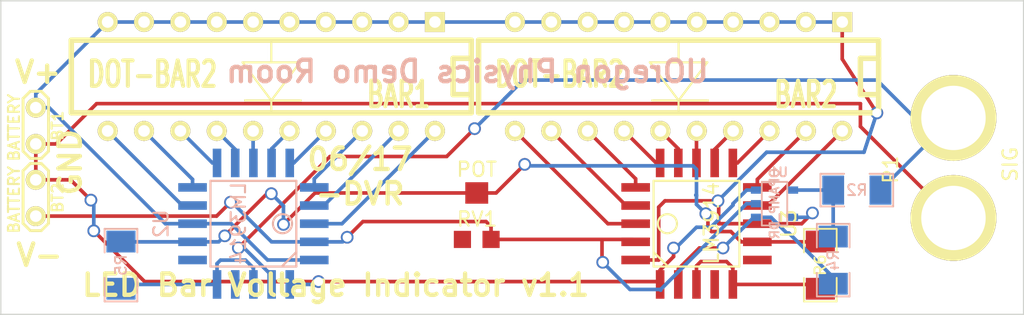
<source format=kicad_pcb>
(kicad_pcb (version 3) (host pcbnew "(2013-may-18)-stable")

  (general
    (links 68)
    (no_connects 0)
    (area 22.299999 12.699999 93.850001 34.750001)
    (thickness 1.6)
    (drawings 13)
    (tracks 222)
    (zones 0)
    (modules 13)
    (nets 30)
  )

  (page A3)
  (layers
    (15 F.Cu signal)
    (0 B.Cu signal)
    (16 B.Adhes user)
    (17 F.Adhes user)
    (18 B.Paste user)
    (19 F.Paste user)
    (20 B.SilkS user)
    (21 F.SilkS user)
    (22 B.Mask user)
    (23 F.Mask user)
    (24 Dwgs.User user)
    (25 Cmts.User user)
    (26 Eco1.User user)
    (27 Eco2.User user)
    (28 Edge.Cuts user)
  )

  (setup
    (last_trace_width 0.254)
    (trace_clearance 0.254)
    (zone_clearance 0.508)
    (zone_45_only no)
    (trace_min 0.254)
    (segment_width 0.2)
    (edge_width 0.1)
    (via_size 0.889)
    (via_drill 0.635)
    (via_min_size 0.889)
    (via_min_drill 0.508)
    (uvia_size 0.508)
    (uvia_drill 0.127)
    (uvias_allowed no)
    (uvia_min_size 0.508)
    (uvia_min_drill 0.127)
    (pcb_text_width 0.3)
    (pcb_text_size 1.5 1.5)
    (mod_edge_width 0.15)
    (mod_text_size 1 1)
    (mod_text_width 0.15)
    (pad_size 1.397 1.397)
    (pad_drill 0.8128)
    (pad_to_mask_clearance 0)
    (aux_axis_origin 0 0)
    (visible_elements 7FFFFFFF)
    (pcbplotparams
      (layerselection 285179905)
      (usegerberextensions true)
      (excludeedgelayer true)
      (linewidth 0.150000)
      (plotframeref false)
      (viasonmask false)
      (mode 1)
      (useauxorigin false)
      (hpglpennumber 1)
      (hpglpenspeed 20)
      (hpglpendiameter 15)
      (hpglpenoverlay 2)
      (psnegative false)
      (psa4output false)
      (plotreference true)
      (plotvalue true)
      (plotothertext true)
      (plotinvisibletext false)
      (padsonsilk false)
      (subtractmaskfromsilk false)
      (outputformat 1)
      (mirror false)
      (drillshape 0)
      (scaleselection 1)
      (outputdirectory gerber/))
  )

  (net 0 "")
  (net 1 /ADJ)
  (net 2 /GL1)
  (net 3 /GL10)
  (net 4 /GL2)
  (net 5 /GL3)
  (net 6 /GL4)
  (net 7 /GL5)
  (net 8 /GL6)
  (net 9 /GL7)
  (net 10 /GL8)
  (net 11 /GL9)
  (net 12 /GND)
  (net 13 /RL1)
  (net 14 /RL10)
  (net 15 /RL2)
  (net 16 /RL3)
  (net 17 /RL4)
  (net 18 /RL5)
  (net 19 /RL6)
  (net 20 /RL7)
  (net 21 /RL8)
  (net 22 /RL9)
  (net 23 /SIG+)
  (net 24 /SIG-)
  (net 25 /Vcc)
  (net 26 /Vmid)
  (net 27 N-0000019)
  (net 28 N-0000020)
  (net 29 N-0000027)

  (net_class Default "This is the default net class."
    (clearance 0.254)
    (trace_width 0.254)
    (via_dia 0.889)
    (via_drill 0.635)
    (uvia_dia 0.508)
    (uvia_drill 0.127)
    (add_net "")
    (add_net /ADJ)
    (add_net /GL1)
    (add_net /GL10)
    (add_net /GL2)
    (add_net /GL3)
    (add_net /GL4)
    (add_net /GL5)
    (add_net /GL6)
    (add_net /GL7)
    (add_net /GL8)
    (add_net /GL9)
    (add_net /GND)
    (add_net /RL1)
    (add_net /RL10)
    (add_net /RL2)
    (add_net /RL3)
    (add_net /RL4)
    (add_net /RL5)
    (add_net /RL6)
    (add_net /RL7)
    (add_net /RL8)
    (add_net /RL9)
    (add_net /SIG+)
    (add_net /SIG-)
    (add_net /Vcc)
    (add_net /Vmid)
    (add_net N-0000019)
    (add_net N-0000020)
    (add_net N-0000027)
  )

  (module SOT23-5 (layer B.Cu) (tedit 4ECF78EF) (tstamp 5774395F)
    (at 76.4 26.95 90)
    (path /57740F65)
    (attr smd)
    (fp_text reference U1 (at 2.19964 0.29972 360) (layer B.SilkS)
      (effects (font (size 0.635 0.635) (thickness 0.127)) (justify mirror))
    )
    (fp_text value OPAMP_DR (at 0 0 90) (layer B.SilkS)
      (effects (font (size 0.635 0.635) (thickness 0.127)) (justify mirror))
    )
    (fp_line (start 1.524 0.889) (end 1.524 -0.889) (layer B.SilkS) (width 0.127))
    (fp_line (start 1.524 -0.889) (end -1.524 -0.889) (layer B.SilkS) (width 0.127))
    (fp_line (start -1.524 -0.889) (end -1.524 0.889) (layer B.SilkS) (width 0.127))
    (fp_line (start -1.524 0.889) (end 1.524 0.889) (layer B.SilkS) (width 0.127))
    (pad 1 smd rect (at -0.9525 -1.27 90) (size 0.508 0.762)
      (layers B.Cu B.Paste B.Mask)
      (net 24 /SIG-)
    )
    (pad 3 smd rect (at 0.9525 -1.27 90) (size 0.508 0.762)
      (layers B.Cu B.Paste B.Mask)
      (net 26 /Vmid)
    )
    (pad 5 smd rect (at -0.9525 1.27 90) (size 0.508 0.762)
      (layers B.Cu B.Paste B.Mask)
      (net 25 /Vcc)
    )
    (pad 2 smd rect (at 0 -1.27 90) (size 0.508 0.762)
      (layers B.Cu B.Paste B.Mask)
      (net 12 /GND)
    )
    (pad 4 smd rect (at 0.9525 1.27 90) (size 0.508 0.762)
      (layers B.Cu B.Paste B.Mask)
      (net 28 N-0000020)
    )
    (model smd/SOT23_5.wrl
      (at (xyz 0 0 0))
      (scale (xyz 0.1 0.1 0.1))
      (rotate (xyz 0 0 0))
    )
  )

  (module SM1206 (layer B.Cu) (tedit 42806E24) (tstamp 5774396B)
    (at 80.5 30.9 90)
    (path /57741A5F)
    (attr smd)
    (fp_text reference R4 (at 0 0 90) (layer B.SilkS)
      (effects (font (size 0.762 0.762) (thickness 0.127)) (justify mirror))
    )
    (fp_text value 1K (at 0 0 90) (layer B.SilkS) hide
      (effects (font (size 0.762 0.762) (thickness 0.127)) (justify mirror))
    )
    (fp_line (start -2.54 1.143) (end -2.54 -1.143) (layer B.SilkS) (width 0.127))
    (fp_line (start -2.54 -1.143) (end -0.889 -1.143) (layer B.SilkS) (width 0.127))
    (fp_line (start 0.889 1.143) (end 2.54 1.143) (layer B.SilkS) (width 0.127))
    (fp_line (start 2.54 1.143) (end 2.54 -1.143) (layer B.SilkS) (width 0.127))
    (fp_line (start 2.54 -1.143) (end 0.889 -1.143) (layer B.SilkS) (width 0.127))
    (fp_line (start -0.889 1.143) (end -2.54 1.143) (layer B.SilkS) (width 0.127))
    (pad 1 smd rect (at -1.651 0 90) (size 1.524 2.032)
      (layers B.Cu B.Paste B.Mask)
      (net 24 /SIG-)
    )
    (pad 2 smd rect (at 1.651 0 90) (size 1.524 2.032)
      (layers B.Cu B.Paste B.Mask)
      (net 28 N-0000020)
    )
    (model smd/chip_cms.wrl
      (at (xyz 0 0 0))
      (scale (xyz 0.17 0.16 0.16))
      (rotate (xyz 0 0 0))
    )
  )

  (module SM1206 (layer B.Cu) (tedit 42806E24) (tstamp 57743977)
    (at 82.15 26)
    (path /57741A65)
    (attr smd)
    (fp_text reference R2 (at 0 0) (layer B.SilkS)
      (effects (font (size 0.762 0.762) (thickness 0.127)) (justify mirror))
    )
    (fp_text value 1K (at 0 0) (layer B.SilkS) hide
      (effects (font (size 0.762 0.762) (thickness 0.127)) (justify mirror))
    )
    (fp_line (start -2.54 1.143) (end -2.54 -1.143) (layer B.SilkS) (width 0.127))
    (fp_line (start -2.54 -1.143) (end -0.889 -1.143) (layer B.SilkS) (width 0.127))
    (fp_line (start 0.889 1.143) (end 2.54 1.143) (layer B.SilkS) (width 0.127))
    (fp_line (start 2.54 1.143) (end 2.54 -1.143) (layer B.SilkS) (width 0.127))
    (fp_line (start 2.54 -1.143) (end 0.889 -1.143) (layer B.SilkS) (width 0.127))
    (fp_line (start -0.889 1.143) (end -2.54 1.143) (layer B.SilkS) (width 0.127))
    (pad 1 smd rect (at -1.651 0) (size 1.524 2.032)
      (layers B.Cu B.Paste B.Mask)
      (net 28 N-0000020)
    )
    (pad 2 smd rect (at 1.651 0) (size 1.524 2.032)
      (layers B.Cu B.Paste B.Mask)
      (net 23 /SIG+)
    )
    (model smd/chip_cms.wrl
      (at (xyz 0 0 0))
      (scale (xyz 0.17 0.16 0.16))
      (rotate (xyz 0 0 0))
    )
  )

  (module SM1206 (layer B.Cu) (tedit 42806E24) (tstamp 57743983)
    (at 30.75 31.25 90)
    (path /57741D33)
    (attr smd)
    (fp_text reference R5 (at 0 0 90) (layer B.SilkS)
      (effects (font (size 0.762 0.762) (thickness 0.127)) (justify mirror))
    )
    (fp_text value 1.2K (at 0 0 90) (layer B.SilkS) hide
      (effects (font (size 0.762 0.762) (thickness 0.127)) (justify mirror))
    )
    (fp_line (start -2.54 1.143) (end -2.54 -1.143) (layer B.SilkS) (width 0.127))
    (fp_line (start -2.54 -1.143) (end -0.889 -1.143) (layer B.SilkS) (width 0.127))
    (fp_line (start 0.889 1.143) (end 2.54 1.143) (layer B.SilkS) (width 0.127))
    (fp_line (start 2.54 1.143) (end 2.54 -1.143) (layer B.SilkS) (width 0.127))
    (fp_line (start 2.54 -1.143) (end 0.889 -1.143) (layer B.SilkS) (width 0.127))
    (fp_line (start -0.889 1.143) (end -2.54 1.143) (layer B.SilkS) (width 0.127))
    (pad 1 smd rect (at -1.651 0 90) (size 1.524 2.032)
      (layers B.Cu B.Paste B.Mask)
      (net 27 N-0000019)
    )
    (pad 2 smd rect (at 1.651 0 90) (size 1.524 2.032)
      (layers B.Cu B.Paste B.Mask)
      (net 1 /ADJ)
    )
    (model smd/chip_cms.wrl
      (at (xyz 0 0 0))
      (scale (xyz 0.17 0.16 0.16))
      (rotate (xyz 0 0 0))
    )
  )

  (module SM1206 (layer F.Cu) (tedit 42806E24) (tstamp 5774398F)
    (at 79.6 31.25 90)
    (path /57741602)
    (attr smd)
    (fp_text reference R6 (at 0 0 90) (layer F.SilkS)
      (effects (font (size 0.762 0.762) (thickness 0.127)))
    )
    (fp_text value 1.2K (at 0 0 90) (layer F.SilkS) hide
      (effects (font (size 0.762 0.762) (thickness 0.127)))
    )
    (fp_line (start -2.54 -1.143) (end -2.54 1.143) (layer F.SilkS) (width 0.127))
    (fp_line (start -2.54 1.143) (end -0.889 1.143) (layer F.SilkS) (width 0.127))
    (fp_line (start 0.889 -1.143) (end 2.54 -1.143) (layer F.SilkS) (width 0.127))
    (fp_line (start 2.54 -1.143) (end 2.54 1.143) (layer F.SilkS) (width 0.127))
    (fp_line (start 2.54 1.143) (end 0.889 1.143) (layer F.SilkS) (width 0.127))
    (fp_line (start -0.889 -1.143) (end -2.54 -1.143) (layer F.SilkS) (width 0.127))
    (pad 1 smd rect (at -1.651 0 90) (size 1.524 2.032)
      (layers F.Cu F.Paste F.Mask)
      (net 29 N-0000027)
    )
    (pad 2 smd rect (at 1.651 0 90) (size 1.524 2.032)
      (layers F.Cu F.Paste F.Mask)
      (net 1 /ADJ)
    )
    (model smd/chip_cms.wrl
      (at (xyz 0 0 0))
      (scale (xyz 0.17 0.16 0.16))
      (rotate (xyz 0 0 0))
    )
  )

  (module TEST_PLUGS (layer F.Cu) (tedit 57743C55) (tstamp 57745B97)
    (at 88.9 27.95 90)
    (path /57740F74)
    (fp_text reference P1 (at 3.3782 -4.3942 90) (layer F.SilkS)
      (effects (font (size 1 1) (thickness 0.15)))
    )
    (fp_text value SIG (at 3.7592 3.9624 90) (layer F.SilkS)
      (effects (font (size 1 1) (thickness 0.15)))
    )
    (pad 1 thru_hole circle (at 0 0 90) (size 6 6) (drill 4.5)
      (layers *.Cu *.Mask F.SilkS)
      (net 26 /Vmid)
    )
    (pad 2 thru_hole circle (at 7 0 90) (size 6 6) (drill 4.5)
      (layers *.Cu *.Mask F.SilkS)
      (net 23 /SIG+)
    )
  )

  (module TC33X-2 (layer F.Cu) (tedit 57743D9B) (tstamp 57745B9E)
    (at 55.6 27.65)
    (path /57742809)
    (fp_text reference RV1 (at 0.0254 0.381) (layer F.SilkS)
      (effects (font (size 1 1) (thickness 0.15)))
    )
    (fp_text value POT (at 0 -3.0988) (layer F.SilkS)
      (effects (font (size 1 1) (thickness 0.15)))
    )
    (pad 1 smd rect (at -1 1.8) (size 1.2 1.2)
      (layers F.Cu F.Paste F.Mask)
    )
    (pad 3 smd rect (at 1 1.8) (size 1.2 1.2)
      (layers F.Cu F.Paste F.Mask)
      (net 12 /GND)
    )
    (pad 2 smd rect (at 0 -1.45) (size 1.6 1.5)
      (layers F.Cu F.Paste F.Mask)
      (net 1 /ADJ)
    )
  )

  (module S-PQCC-J20 (layer B.Cu) (tedit 57744297) (tstamp 57745BBC)
    (at 40 28.35 90)
    (path /57740ED4)
    (fp_text reference U2 (at 0 -6.4516 90) (layer B.SilkS)
      (effects (font (size 1 1) (thickness 0.15)) (justify mirror))
    )
    (fp_text value LM3914 (at 0.0254 -1.0414 90) (layer B.SilkS)
      (effects (font (size 1 1) (thickness 0.15)) (justify mirror))
    )
    (fp_circle (center 0 2.032) (end 0.1016 2.6924) (layer B.SilkS) (width 0.15))
    (fp_line (start -2.9972 1.9812) (end -1.9812 2.9972) (layer B.SilkS) (width 0.15))
    (fp_line (start -2.9972 -2.9972) (end 2.9972 -2.9972) (layer B.SilkS) (width 0.15))
    (fp_line (start 2.9972 -2.9972) (end 2.9972 2.9972) (layer B.SilkS) (width 0.15))
    (fp_line (start 2.9972 2.9972) (end -2.9972 2.9972) (layer B.SilkS) (width 0.15))
    (fp_line (start -2.9972 2.9972) (end -2.9972 -2.9972) (layer B.SilkS) (width 0.15))
    (pad 1 smd rect (at 0 4.25 90) (size 0.6 2)
      (layers B.Cu B.Paste B.Mask)
      (net 13 /RL1)
    )
    (pad 2 smd rect (at -1.27 4.25 90) (size 0.6 2)
      (layers B.Cu B.Paste B.Mask)
      (net 12 /GND)
    )
    (pad 3 smd rect (at -2.54 4.25 90) (size 0.6 2)
      (layers B.Cu B.Paste B.Mask)
      (net 25 /Vcc)
    )
    (pad 20 smd rect (at 1.27 4.25 90) (size 0.6 2)
      (layers B.Cu B.Paste B.Mask)
      (net 15 /RL2)
    )
    (pad 19 smd rect (at 2.54 4.25 90) (size 0.6 2)
      (layers B.Cu B.Paste B.Mask)
      (net 16 /RL3)
    )
    (pad 9 smd rect (at -2.54 -4.25 90) (size 0.6 2)
      (layers B.Cu B.Paste B.Mask)
    )
    (pad 10 smd rect (at -1.27 -4.25 90) (size 0.6 2)
      (layers B.Cu B.Paste B.Mask)
      (net 1 /ADJ)
    )
    (pad 11 smd rect (at 0 -4.25 90) (size 0.6 2)
      (layers B.Cu B.Paste B.Mask)
      (net 25 /Vcc)
    )
    (pad 12 smd rect (at 1.27 -4.25 90) (size 0.6 2)
      (layers B.Cu B.Paste B.Mask)
      (net 14 /RL10)
    )
    (pad 13 smd rect (at 2.54 -4.25 90) (size 0.6 2)
      (layers B.Cu B.Paste B.Mask)
      (net 22 /RL9)
    )
    (pad 4 smd rect (at -4.25 2.54 90) (size 2 0.6)
      (layers B.Cu B.Paste B.Mask)
      (net 26 /Vmid)
    )
    (pad 5 smd rect (at -4.25 1.27 90) (size 2 0.6)
      (layers B.Cu B.Paste B.Mask)
      (net 23 /SIG+)
    )
    (pad 6 smd rect (at -4.25 0 90) (size 2 0.6)
      (layers B.Cu B.Paste B.Mask)
      (net 27 N-0000019)
    )
    (pad 7 smd rect (at -4.25 -1.27 90) (size 2 0.6)
      (layers B.Cu B.Paste B.Mask)
    )
    (pad 8 smd rect (at -4.25 -2.54 90) (size 2 0.6)
      (layers B.Cu B.Paste B.Mask)
      (net 27 N-0000019)
    )
    (pad 14 smd rect (at 4.25 -2.54 90) (size 2 0.6)
      (layers B.Cu B.Paste B.Mask)
      (net 21 /RL8)
    )
    (pad 15 smd rect (at 4.25 -1.27 90) (size 2 0.6)
      (layers B.Cu B.Paste B.Mask)
      (net 20 /RL7)
    )
    (pad 16 smd rect (at 4.25 0 90) (size 2 0.6)
      (layers B.Cu B.Paste B.Mask)
      (net 19 /RL6)
    )
    (pad 17 smd rect (at 4.25 1.27 90) (size 2 0.6)
      (layers B.Cu B.Paste B.Mask)
      (net 18 /RL5)
    )
    (pad 18 smd rect (at 4.25 2.54 90) (size 2 0.6)
      (layers B.Cu B.Paste B.Mask)
      (net 17 /RL4)
    )
  )

  (module S-PQCC-J20 (layer F.Cu) (tedit 57744297) (tstamp 57745BDA)
    (at 70.95 28.35 90)
    (path /577415FC)
    (fp_text reference U3 (at 0 6.4516 90) (layer F.SilkS)
      (effects (font (size 1 1) (thickness 0.15)))
    )
    (fp_text value LM3914 (at 0.0254 1.0414 90) (layer F.SilkS)
      (effects (font (size 1 1) (thickness 0.15)))
    )
    (fp_circle (center 0 -2.032) (end 0.1016 -2.6924) (layer F.SilkS) (width 0.15))
    (fp_line (start -2.9972 -1.9812) (end -1.9812 -2.9972) (layer F.SilkS) (width 0.15))
    (fp_line (start -2.9972 2.9972) (end 2.9972 2.9972) (layer F.SilkS) (width 0.15))
    (fp_line (start 2.9972 2.9972) (end 2.9972 -2.9972) (layer F.SilkS) (width 0.15))
    (fp_line (start 2.9972 -2.9972) (end -2.9972 -2.9972) (layer F.SilkS) (width 0.15))
    (fp_line (start -2.9972 -2.9972) (end -2.9972 2.9972) (layer F.SilkS) (width 0.15))
    (pad 1 smd rect (at 0 -4.25 90) (size 0.6 2)
      (layers F.Cu F.Paste F.Mask)
      (net 2 /GL1)
    )
    (pad 2 smd rect (at -1.27 -4.25 90) (size 0.6 2)
      (layers F.Cu F.Paste F.Mask)
      (net 12 /GND)
    )
    (pad 3 smd rect (at -2.54 -4.25 90) (size 0.6 2)
      (layers F.Cu F.Paste F.Mask)
      (net 25 /Vcc)
    )
    (pad 20 smd rect (at 1.27 -4.25 90) (size 0.6 2)
      (layers F.Cu F.Paste F.Mask)
      (net 4 /GL2)
    )
    (pad 19 smd rect (at 2.54 -4.25 90) (size 0.6 2)
      (layers F.Cu F.Paste F.Mask)
      (net 5 /GL3)
    )
    (pad 9 smd rect (at -2.54 4.25 90) (size 0.6 2)
      (layers F.Cu F.Paste F.Mask)
    )
    (pad 10 smd rect (at -1.27 4.25 90) (size 0.6 2)
      (layers F.Cu F.Paste F.Mask)
      (net 1 /ADJ)
    )
    (pad 11 smd rect (at 0 4.25 90) (size 0.6 2)
      (layers F.Cu F.Paste F.Mask)
      (net 25 /Vcc)
    )
    (pad 12 smd rect (at 1.27 4.25 90) (size 0.6 2)
      (layers F.Cu F.Paste F.Mask)
      (net 3 /GL10)
    )
    (pad 13 smd rect (at 2.54 4.25 90) (size 0.6 2)
      (layers F.Cu F.Paste F.Mask)
      (net 11 /GL9)
    )
    (pad 4 smd rect (at -4.25 -2.54 90) (size 2 0.6)
      (layers F.Cu F.Paste F.Mask)
      (net 26 /Vmid)
    )
    (pad 5 smd rect (at -4.25 -1.27 90) (size 2 0.6)
      (layers F.Cu F.Paste F.Mask)
      (net 24 /SIG-)
    )
    (pad 6 smd rect (at -4.25 0 90) (size 2 0.6)
      (layers F.Cu F.Paste F.Mask)
      (net 29 N-0000027)
    )
    (pad 7 smd rect (at -4.25 1.27 90) (size 2 0.6)
      (layers F.Cu F.Paste F.Mask)
    )
    (pad 8 smd rect (at -4.25 2.54 90) (size 2 0.6)
      (layers F.Cu F.Paste F.Mask)
      (net 29 N-0000027)
    )
    (pad 14 smd rect (at 4.25 2.54 90) (size 2 0.6)
      (layers F.Cu F.Paste F.Mask)
      (net 10 /GL8)
    )
    (pad 15 smd rect (at 4.25 1.27 90) (size 2 0.6)
      (layers F.Cu F.Paste F.Mask)
      (net 9 /GL7)
    )
    (pad 16 smd rect (at 4.25 0 90) (size 2 0.6)
      (layers F.Cu F.Paste F.Mask)
      (net 8 /GL6)
    )
    (pad 17 smd rect (at 4.25 -1.27 90) (size 2 0.6)
      (layers F.Cu F.Paste F.Mask)
      (net 7 /GL5)
    )
    (pad 18 smd rect (at 4.25 -2.54 90) (size 2 0.6)
      (layers F.Cu F.Paste F.Mask)
      (net 6 /GL4)
    )
  )

  (module 10_LED_BAR (layer F.Cu) (tedit 57743A15) (tstamp 57745D71)
    (at 41.25 18.05 180)
    (descr "20 pins DIL package, round pads")
    (tags DIL)
    (path /57740EE9)
    (fp_text reference BAR1 (at -8.89 -1.27 180) (layer F.SilkS)
      (effects (font (size 1.778 1.143) (thickness 0.3048)))
    )
    (fp_text value DOT-BAR2 (at 8.3058 0.1524 180) (layer F.SilkS)
      (effects (font (size 1.778 1.143) (thickness 0.28575)))
    )
    (fp_line (start 0 1.016) (end 0 2.54) (layer F.SilkS) (width 0.15))
    (fp_line (start 0 -1.7018) (end 0 -2.3622) (layer F.SilkS) (width 0.15))
    (fp_line (start 0 -1.6764) (end -2.0066 0.9906) (layer F.SilkS) (width 0.15))
    (fp_line (start -2.0066 0.9906) (end 2.0066 0.9906) (layer F.SilkS) (width 0.15))
    (fp_line (start 2.0066 0.9906) (end 0 -1.6764) (layer F.SilkS) (width 0.15))
    (fp_line (start 0 -1.6764) (end -2.05613 -1.6764) (layer F.SilkS) (width 0.15))
    (fp_line (start -2.05613 -1.6764) (end 1.83388 -1.67259) (layer F.SilkS) (width 0.15))
    (fp_line (start 1.83388 -1.67259) (end 1.8288 -1.6764) (layer F.SilkS) (width 0.15))
    (fp_line (start -13.97 -1.27) (end -12.7 -1.27) (layer F.SilkS) (width 0.381))
    (fp_line (start -12.7 -1.27) (end -12.7 1.27) (layer F.SilkS) (width 0.381))
    (fp_line (start -12.7 1.27) (end -13.97 1.27) (layer F.SilkS) (width 0.381))
    (fp_line (start -13.97 -2.54) (end 13.97 -2.54) (layer F.SilkS) (width 0.381))
    (fp_line (start 13.97 -2.54) (end 13.97 2.54) (layer F.SilkS) (width 0.381))
    (fp_line (start 13.97 2.54) (end -13.97 2.54) (layer F.SilkS) (width 0.381))
    (fp_line (start -13.97 2.54) (end -13.97 -2.54) (layer F.SilkS) (width 0.381))
    (pad 1 thru_hole rect (at -11.43 3.81 180) (size 1.397 1.397) (drill 0.8128)
      (layers *.Cu *.Mask F.SilkS)
      (net 25 /Vcc)
    )
    (pad 2 thru_hole circle (at -8.89 3.81 180) (size 1.397 1.397) (drill 0.8128)
      (layers *.Cu *.Mask F.SilkS)
      (net 25 /Vcc)
    )
    (pad 3 thru_hole circle (at -6.35 3.81 180) (size 1.397 1.397) (drill 0.8128)
      (layers *.Cu *.Mask F.SilkS)
      (net 25 /Vcc)
    )
    (pad 4 thru_hole circle (at -3.81 3.81 180) (size 1.397 1.397) (drill 0.8128)
      (layers *.Cu *.Mask F.SilkS)
      (net 25 /Vcc)
    )
    (pad 5 thru_hole circle (at -1.27 3.81 180) (size 1.397 1.397) (drill 0.8128)
      (layers *.Cu *.Mask F.SilkS)
      (net 25 /Vcc)
    )
    (pad 6 thru_hole circle (at 1.27 3.81 180) (size 1.397 1.397) (drill 0.8128)
      (layers *.Cu *.Mask F.SilkS)
      (net 25 /Vcc)
    )
    (pad 7 thru_hole circle (at 3.81 3.81 180) (size 1.397 1.397) (drill 0.8128)
      (layers *.Cu *.Mask F.SilkS)
      (net 25 /Vcc)
    )
    (pad 8 thru_hole circle (at 6.35 3.81 180) (size 1.397 1.397) (drill 0.8128)
      (layers *.Cu *.Mask F.SilkS)
      (net 25 /Vcc)
    )
    (pad 9 thru_hole circle (at 8.89 3.81 180) (size 1.397 1.397) (drill 0.8128)
      (layers *.Cu *.Mask F.SilkS)
      (net 25 /Vcc)
    )
    (pad 10 thru_hole circle (at 11.43 3.81 180) (size 1.397 1.397) (drill 0.8128)
      (layers *.Cu *.Mask F.SilkS)
      (net 25 /Vcc)
    )
    (pad 11 thru_hole circle (at 11.43 -3.81 180) (size 1.397 1.397) (drill 0.8128)
      (layers *.Cu *.Mask F.SilkS)
      (net 14 /RL10)
    )
    (pad 12 thru_hole circle (at 8.89 -3.81 180) (size 1.397 1.397) (drill 0.8128)
      (layers *.Cu *.Mask F.SilkS)
      (net 22 /RL9)
    )
    (pad 13 thru_hole circle (at 6.35 -3.81 180) (size 1.397 1.397) (drill 0.8128)
      (layers *.Cu *.Mask F.SilkS)
      (net 21 /RL8)
    )
    (pad 14 thru_hole circle (at 3.81 -3.81 180) (size 1.397 1.397) (drill 0.8128)
      (layers *.Cu *.Mask F.SilkS)
      (net 20 /RL7)
    )
    (pad 15 thru_hole circle (at 1.27 -3.81 180) (size 1.397 1.397) (drill 0.8128)
      (layers *.Cu *.Mask F.SilkS)
      (net 19 /RL6)
    )
    (pad 16 thru_hole circle (at -1.27 -3.81 180) (size 1.397 1.397) (drill 0.8128)
      (layers *.Cu *.Mask F.SilkS)
      (net 18 /RL5)
    )
    (pad 17 thru_hole circle (at -3.81 -3.81 180) (size 1.397 1.397) (drill 0.8128)
      (layers *.Cu *.Mask F.SilkS)
      (net 17 /RL4)
    )
    (pad 18 thru_hole circle (at -6.35 -3.81 180) (size 1.397 1.397) (drill 0.8128)
      (layers *.Cu *.Mask F.SilkS)
      (net 16 /RL3)
    )
    (pad 19 thru_hole circle (at -8.89 -3.81 180) (size 1.397 1.397) (drill 0.8128)
      (layers *.Cu *.Mask F.SilkS)
      (net 15 /RL2)
    )
    (pad 20 thru_hole circle (at -11.43 -3.81 180) (size 1.397 1.397) (drill 0.8128)
      (layers *.Cu *.Mask F.SilkS)
      (net 13 /RL1)
    )
    (model dil/dil_20.wrl
      (at (xyz 0 0 0))
      (scale (xyz 1 1 1))
      (rotate (xyz 0 0 0))
    )
  )

  (module 10_LED_BAR (layer F.Cu) (tedit 57743A15) (tstamp 57745C28)
    (at 69.7 18.05 180)
    (descr "20 pins DIL package, round pads")
    (tags DIL)
    (path /57740EF6)
    (fp_text reference BAR2 (at -8.89 -1.27 180) (layer F.SilkS)
      (effects (font (size 1.778 1.143) (thickness 0.3048)))
    )
    (fp_text value DOT-BAR2 (at 8.3058 0.1524 180) (layer F.SilkS)
      (effects (font (size 1.778 1.143) (thickness 0.28575)))
    )
    (fp_line (start 0 1.016) (end 0 2.54) (layer F.SilkS) (width 0.15))
    (fp_line (start 0 -1.7018) (end 0 -2.3622) (layer F.SilkS) (width 0.15))
    (fp_line (start 0 -1.6764) (end -2.0066 0.9906) (layer F.SilkS) (width 0.15))
    (fp_line (start -2.0066 0.9906) (end 2.0066 0.9906) (layer F.SilkS) (width 0.15))
    (fp_line (start 2.0066 0.9906) (end 0 -1.6764) (layer F.SilkS) (width 0.15))
    (fp_line (start 0 -1.6764) (end -2.05613 -1.6764) (layer F.SilkS) (width 0.15))
    (fp_line (start -2.05613 -1.6764) (end 1.83388 -1.67259) (layer F.SilkS) (width 0.15))
    (fp_line (start 1.83388 -1.67259) (end 1.8288 -1.6764) (layer F.SilkS) (width 0.15))
    (fp_line (start -13.97 -1.27) (end -12.7 -1.27) (layer F.SilkS) (width 0.381))
    (fp_line (start -12.7 -1.27) (end -12.7 1.27) (layer F.SilkS) (width 0.381))
    (fp_line (start -12.7 1.27) (end -13.97 1.27) (layer F.SilkS) (width 0.381))
    (fp_line (start -13.97 -2.54) (end 13.97 -2.54) (layer F.SilkS) (width 0.381))
    (fp_line (start 13.97 -2.54) (end 13.97 2.54) (layer F.SilkS) (width 0.381))
    (fp_line (start 13.97 2.54) (end -13.97 2.54) (layer F.SilkS) (width 0.381))
    (fp_line (start -13.97 2.54) (end -13.97 -2.54) (layer F.SilkS) (width 0.381))
    (pad 1 thru_hole rect (at -11.43 3.81 180) (size 1.397 1.397) (drill 0.8128)
      (layers *.Cu *.Mask F.SilkS)
      (net 25 /Vcc)
    )
    (pad 2 thru_hole circle (at -8.89 3.81 180) (size 1.397 1.397) (drill 0.8128)
      (layers *.Cu *.Mask F.SilkS)
      (net 25 /Vcc)
    )
    (pad 3 thru_hole circle (at -6.35 3.81 180) (size 1.397 1.397) (drill 0.8128)
      (layers *.Cu *.Mask F.SilkS)
      (net 25 /Vcc)
    )
    (pad 4 thru_hole circle (at -3.81 3.81 180) (size 1.397 1.397) (drill 0.8128)
      (layers *.Cu *.Mask F.SilkS)
      (net 25 /Vcc)
    )
    (pad 5 thru_hole circle (at -1.27 3.81 180) (size 1.397 1.397) (drill 0.8128)
      (layers *.Cu *.Mask F.SilkS)
      (net 25 /Vcc)
    )
    (pad 6 thru_hole circle (at 1.27 3.81 180) (size 1.397 1.397) (drill 0.8128)
      (layers *.Cu *.Mask F.SilkS)
      (net 25 /Vcc)
    )
    (pad 7 thru_hole circle (at 3.81 3.81 180) (size 1.397 1.397) (drill 0.8128)
      (layers *.Cu *.Mask F.SilkS)
      (net 25 /Vcc)
    )
    (pad 8 thru_hole circle (at 6.35 3.81 180) (size 1.397 1.397) (drill 0.8128)
      (layers *.Cu *.Mask F.SilkS)
      (net 25 /Vcc)
    )
    (pad 9 thru_hole circle (at 8.89 3.81 180) (size 1.397 1.397) (drill 0.8128)
      (layers *.Cu *.Mask F.SilkS)
      (net 25 /Vcc)
    )
    (pad 10 thru_hole circle (at 11.43 3.81 180) (size 1.397 1.397) (drill 0.8128)
      (layers *.Cu *.Mask F.SilkS)
      (net 25 /Vcc)
    )
    (pad 11 thru_hole circle (at 11.43 -3.81 180) (size 1.397 1.397) (drill 0.8128)
      (layers *.Cu *.Mask F.SilkS)
      (net 2 /GL1)
    )
    (pad 12 thru_hole circle (at 8.89 -3.81 180) (size 1.397 1.397) (drill 0.8128)
      (layers *.Cu *.Mask F.SilkS)
      (net 4 /GL2)
    )
    (pad 13 thru_hole circle (at 6.35 -3.81 180) (size 1.397 1.397) (drill 0.8128)
      (layers *.Cu *.Mask F.SilkS)
      (net 5 /GL3)
    )
    (pad 14 thru_hole circle (at 3.81 -3.81 180) (size 1.397 1.397) (drill 0.8128)
      (layers *.Cu *.Mask F.SilkS)
      (net 6 /GL4)
    )
    (pad 15 thru_hole circle (at 1.27 -3.81 180) (size 1.397 1.397) (drill 0.8128)
      (layers *.Cu *.Mask F.SilkS)
      (net 7 /GL5)
    )
    (pad 16 thru_hole circle (at -1.27 -3.81 180) (size 1.397 1.397) (drill 0.8128)
      (layers *.Cu *.Mask F.SilkS)
      (net 8 /GL6)
    )
    (pad 17 thru_hole circle (at -3.81 -3.81 180) (size 1.397 1.397) (drill 0.8128)
      (layers *.Cu *.Mask F.SilkS)
      (net 9 /GL7)
    )
    (pad 18 thru_hole circle (at -6.35 -3.81 180) (size 1.397 1.397) (drill 0.8128)
      (layers *.Cu *.Mask F.SilkS)
      (net 10 /GL8)
    )
    (pad 19 thru_hole circle (at -8.89 -3.81 180) (size 1.397 1.397) (drill 0.8128)
      (layers *.Cu *.Mask F.SilkS)
      (net 11 /GL9)
    )
    (pad 20 thru_hole circle (at -11.43 -3.81 180) (size 1.397 1.397) (drill 0.8128)
      (layers *.Cu *.Mask F.SilkS)
      (net 3 /GL10)
    )
    (model dil/dil_20.wrl
      (at (xyz 0 0 0))
      (scale (xyz 1 1 1))
      (rotate (xyz 0 0 0))
    )
  )

  (module BATT (layer F.Cu) (tedit 5774440E) (tstamp 5774A5B3)
    (at 24.8 21.5 270)
    (descr "Connecteurs 2 pins")
    (tags "CONN DEV")
    (path /57740F50)
    (fp_text reference BT1 (at 0 -1.524 270) (layer F.SilkS)
      (effects (font (size 0.762 0.762) (thickness 0.1524)))
    )
    (fp_text value BATTERY (at 0.127 1.524 270) (layer F.SilkS)
      (effects (font (size 0.762 0.762) (thickness 0.1524)))
    )
    (fp_line (start -1.905 -0.889) (end 1.778 -0.889) (layer F.SilkS) (width 0.2032))
    (fp_line (start 1.778 -0.889) (end 2.286 -0.381) (layer F.SilkS) (width 0.2032))
    (fp_line (start 2.286 -0.381) (end 2.286 0.381) (layer F.SilkS) (width 0.2032))
    (fp_line (start 2.286 0.381) (end 1.778 0.889) (layer F.SilkS) (width 0.2032))
    (fp_line (start 1.778 0.889) (end -1.905 0.889) (layer F.SilkS) (width 0.2032))
    (fp_line (start -1.905 0.889) (end -2.413 0.381) (layer F.SilkS) (width 0.2032))
    (fp_line (start -2.413 0.381) (end -2.413 -0.381) (layer F.SilkS) (width 0.2032))
    (fp_line (start -2.413 -0.381) (end -1.905 -0.889) (layer F.SilkS) (width 0.2032))
    (pad 1 thru_hole circle (at -1.27 0 270) (size 1.397 1.397) (drill 0.8128)
      (layers *.Cu *.Mask F.SilkS)
      (net 25 /Vcc)
    )
    (pad 2 thru_hole circle (at 1.27 0 270) (size 1.397 1.397) (drill 0.8128)
      (layers *.Cu *.Mask F.SilkS)
      (net 26 /Vmid)
    )
    (model connectors/testpoint.wrl
      (at (xyz 0 0 0))
      (scale (xyz 1 1 1))
      (rotate (xyz 0 0 0))
    )
  )

  (module BATT (layer F.Cu) (tedit 5774440E) (tstamp 5774A3EB)
    (at 24.8 26.55 270)
    (descr "Connecteurs 2 pins")
    (tags "CONN DEV")
    (path /57740F5D)
    (fp_text reference BT2 (at 0 -1.524 270) (layer F.SilkS)
      (effects (font (size 0.762 0.762) (thickness 0.1524)))
    )
    (fp_text value BATTERY (at 0.127 1.524 270) (layer F.SilkS)
      (effects (font (size 0.762 0.762) (thickness 0.1524)))
    )
    (fp_line (start -1.905 -0.889) (end 1.778 -0.889) (layer F.SilkS) (width 0.2032))
    (fp_line (start 1.778 -0.889) (end 2.286 -0.381) (layer F.SilkS) (width 0.2032))
    (fp_line (start 2.286 -0.381) (end 2.286 0.381) (layer F.SilkS) (width 0.2032))
    (fp_line (start 2.286 0.381) (end 1.778 0.889) (layer F.SilkS) (width 0.2032))
    (fp_line (start 1.778 0.889) (end -1.905 0.889) (layer F.SilkS) (width 0.2032))
    (fp_line (start -1.905 0.889) (end -2.413 0.381) (layer F.SilkS) (width 0.2032))
    (fp_line (start -2.413 0.381) (end -2.413 -0.381) (layer F.SilkS) (width 0.2032))
    (fp_line (start -2.413 -0.381) (end -1.905 -0.889) (layer F.SilkS) (width 0.2032))
    (pad 1 thru_hole circle (at -1.27 0 270) (size 1.397 1.397) (drill 0.8128)
      (layers *.Cu *.Mask F.SilkS)
      (net 26 /Vmid)
    )
    (pad 2 thru_hole circle (at 1.27 0 270) (size 1.397 1.397) (drill 0.8128)
      (layers *.Cu *.Mask F.SilkS)
      (net 12 /GND)
    )
    (model connectors/testpoint.wrl
      (at (xyz 0 0 0))
      (scale (xyz 1 1 1))
      (rotate (xyz 0 0 0))
    )
  )

  (gr_text "06/17\n-DVR" (at 47.45 25.05) (layer F.SilkS)
    (effects (font (size 1.5 1.5) (thickness 0.3)))
  )
  (gr_text "LED Bar Voltage Indicator v1.1" (at 45.75 32.65) (layer F.SilkS)
    (effects (font (size 1.5 1.5) (thickness 0.3)))
  )
  (gr_text "UOregon Physics Demo Room" (at 54.95 17.7) (layer B.SilkS)
    (effects (font (size 1.5 1.5) (thickness 0.3)) (justify mirror))
  )
  (gr_line (start 22.35 34.7) (end 22.35 25.05) (angle 90) (layer Edge.Cuts) (width 0.1))
  (gr_line (start 93.8 34.65) (end 93.8 24.05) (angle 90) (layer Edge.Cuts) (width 0.1))
  (gr_line (start 71.1 34.7) (end 93.8 34.7) (angle 90) (layer Edge.Cuts) (width 0.1))
  (gr_line (start 71.1 34.7) (end 22.35 34.7) (angle 90) (layer Edge.Cuts) (width 0.1))
  (gr_line (start 22.35 12.75) (end 93.8 12.75) (angle 90) (layer Edge.Cuts) (width 0.1))
  (gr_line (start 22.35 25.05) (end 22.35 12.75) (angle 90) (layer Edge.Cuts) (width 0.1))
  (gr_line (start 93.8 24.1) (end 93.8 12.75) (angle 90) (layer Edge.Cuts) (width 0.1))
  (gr_text GND (at 27.2 24.05 90) (layer F.SilkS)
    (effects (font (size 1.5 1.5) (thickness 0.3)))
  )
  (gr_text V- (at 25.05 30.55) (layer F.SilkS)
    (effects (font (size 1.5 1.5) (thickness 0.3)))
  )
  (gr_text V+ (at 24.95 17.75) (layer F.SilkS)
    (effects (font (size 1.5 1.5) (thickness 0.3)))
  )

  (segment (start 75.2 29.62) (end 74.07 29.62) (width 0.254) (layer F.Cu) (net 1))
  (segment (start 73.35 28.9) (end 72 28.9) (width 0.254) (layer F.Cu) (net 1) (tstamp 5774A79B))
  (segment (start 74.07 29.62) (end 73.35 28.9) (width 0.254) (layer F.Cu) (net 1) (tstamp 5774A79A))
  (segment (start 70.9 26.35) (end 70.95 26.35) (width 0.254) (layer B.Cu) (net 1) (tstamp 5774A786))
  (segment (start 70.95 26.4) (end 70.9 26.35) (width 0.254) (layer B.Cu) (net 1) (tstamp 5774A785))
  (segment (start 70.95 27) (end 70.95 26.4) (width 0.254) (layer B.Cu) (net 1) (tstamp 5774A784))
  (segment (start 71.6 27.65) (end 70.95 27) (width 0.254) (layer B.Cu) (net 1) (tstamp 5774A783))
  (via (at 71.6 27.65) (size 0.889) (layers F.Cu B.Cu) (net 1))
  (segment (start 71.75 27.8) (end 71.6 27.65) (width 0.254) (layer F.Cu) (net 1) (tstamp 5774A781))
  (segment (start 71.75 28.65) (end 71.75 27.8) (width 0.254) (layer F.Cu) (net 1) (tstamp 5774A780))
  (segment (start 72 28.9) (end 71.75 28.65) (width 0.254) (layer F.Cu) (net 1) (tstamp 5774A79E))
  (segment (start 56.95 26.2) (end 55.6 26.2) (width 0.254) (layer F.Cu) (net 1) (tstamp 5774A674))
  (segment (start 58.95 24.2) (end 56.95 26.2) (width 0.254) (layer F.Cu) (net 1) (tstamp 5774A673))
  (via (at 58.95 24.2) (size 0.889) (layers F.Cu B.Cu) (net 1))
  (segment (start 59.05 24.3) (end 58.95 24.2) (width 0.254) (layer B.Cu) (net 1) (tstamp 5774A671))
  (segment (start 70.7 24.3) (end 59.05 24.3) (width 0.254) (layer B.Cu) (net 1) (tstamp 5774A670))
  (segment (start 70.95 24.55) (end 70.7 24.3) (width 0.254) (layer B.Cu) (net 1) (tstamp 5774A66F))
  (segment (start 70.95 26.35) (end 70.95 24.55) (width 0.254) (layer B.Cu) (net 1) (tstamp 5774A787))
  (segment (start 75.2 29.62) (end 79.579 29.62) (width 0.254) (layer F.Cu) (net 1))
  (segment (start 79.579 29.62) (end 79.6 29.599) (width 0.254) (layer F.Cu) (net 1) (tstamp 5774A64F))
  (segment (start 35.75 29.62) (end 37.58 29.62) (width 0.254) (layer B.Cu) (net 1))
  (segment (start 37.58 29.62) (end 38 29.2) (width 0.254) (layer B.Cu) (net 1) (tstamp 5774A5F9))
  (via (at 38 29.2) (size 0.889) (layers F.Cu B.Cu) (net 1))
  (segment (start 38 29.2) (end 40.95 26.25) (width 0.254) (layer F.Cu) (net 1) (tstamp 5774A5FB))
  (segment (start 40.95 26.25) (end 41.25 26.25) (width 0.254) (layer F.Cu) (net 1) (tstamp 5774A5FC))
  (via (at 41.25 26.25) (size 0.889) (layers F.Cu B.Cu) (net 1))
  (segment (start 41.25 26.25) (end 42.1 27.1) (width 0.254) (layer B.Cu) (net 1) (tstamp 5774A5FE))
  (segment (start 42.1 27.1) (end 42.1 28.4) (width 0.254) (layer B.Cu) (net 1) (tstamp 5774A5FF))
  (via (at 42.1 28.4) (size 0.889) (layers F.Cu B.Cu) (net 1))
  (segment (start 42.1 28.4) (end 44.3 26.2) (width 0.254) (layer F.Cu) (net 1) (tstamp 5774A601))
  (segment (start 44.3 26.2) (end 55.6 26.2) (width 0.254) (layer F.Cu) (net 1) (tstamp 5774A602))
  (segment (start 35.75 29.62) (end 31.229 29.62) (width 0.254) (layer B.Cu) (net 1))
  (segment (start 31.229 29.62) (end 30.8 30.049) (width 0.254) (layer B.Cu) (net 1) (tstamp 5774A572))
  (segment (start 66.7 28.35) (end 64.76 28.35) (width 0.254) (layer F.Cu) (net 2))
  (segment (start 64.76 28.35) (end 58.27 21.86) (width 0.254) (layer F.Cu) (net 2) (tstamp 5774A4EE))
  (segment (start 75.2 27.08) (end 75.91 27.08) (width 0.254) (layer F.Cu) (net 3))
  (segment (start 75.91 27.08) (end 81.13 21.86) (width 0.254) (layer F.Cu) (net 3) (tstamp 5774A4F5))
  (segment (start 66.7 27.08) (end 66.03 27.08) (width 0.254) (layer F.Cu) (net 4))
  (segment (start 66.03 27.08) (end 60.81 21.86) (width 0.254) (layer F.Cu) (net 4) (tstamp 5774A4EB))
  (segment (start 66.7 25.81) (end 66.7 25.21) (width 0.254) (layer F.Cu) (net 5))
  (segment (start 66.7 25.21) (end 63.35 21.86) (width 0.254) (layer F.Cu) (net 5) (tstamp 5774A4E8))
  (segment (start 68.41 24.1) (end 68.13 24.1) (width 0.254) (layer F.Cu) (net 6))
  (segment (start 68.13 24.1) (end 65.89 21.86) (width 0.254) (layer F.Cu) (net 6) (tstamp 5774A4E5))
  (segment (start 69.68 24.1) (end 69.68 23.11) (width 0.254) (layer F.Cu) (net 7))
  (segment (start 69.68 23.11) (end 68.43 21.86) (width 0.254) (layer F.Cu) (net 7) (tstamp 5774A4DC))
  (segment (start 70.95 24.1) (end 70.95 21.88) (width 0.254) (layer F.Cu) (net 8))
  (segment (start 70.95 21.88) (end 70.97 21.86) (width 0.254) (layer F.Cu) (net 8) (tstamp 5774A4D9))
  (segment (start 72.22 24.1) (end 72.22 23.15) (width 0.254) (layer F.Cu) (net 9))
  (segment (start 72.22 23.15) (end 73.51 21.86) (width 0.254) (layer F.Cu) (net 9) (tstamp 5774A4DF))
  (segment (start 73.49 24.1) (end 73.81 24.1) (width 0.254) (layer F.Cu) (net 10))
  (segment (start 73.81 24.1) (end 76.05 21.86) (width 0.254) (layer F.Cu) (net 10) (tstamp 5774A4E2))
  (segment (start 75.2 25.81) (end 75.2 25.25) (width 0.254) (layer F.Cu) (net 11))
  (segment (start 75.2 25.25) (end 78.59 21.86) (width 0.254) (layer F.Cu) (net 11) (tstamp 5774A4F2))
  (segment (start 75.13 26.95) (end 74.45 26.95) (width 0.254) (layer B.Cu) (net 12))
  (segment (start 74.45 26.95) (end 68.45 32.95) (width 0.254) (layer B.Cu) (net 12) (tstamp 5774A791))
  (segment (start 68.45 32.95) (end 68.45 33) (width 0.254) (layer B.Cu) (net 12) (tstamp 5774A792))
  (segment (start 68.45 33) (end 68.45 32.95) (width 0.254) (layer B.Cu) (net 12) (tstamp 5774A794))
  (segment (start 64.35 31) (end 64.35 29.45) (width 0.254) (layer F.Cu) (net 12) (tstamp 5774A714))
  (segment (start 64.4 31.05) (end 64.35 31) (width 0.254) (layer F.Cu) (net 12) (tstamp 5774A713))
  (via (at 64.4 31.05) (size 0.889) (layers F.Cu B.Cu) (net 12))
  (segment (start 66.3 32.95) (end 64.4 31.05) (width 0.254) (layer B.Cu) (net 12) (tstamp 5774A710))
  (segment (start 68.45 32.95) (end 66.3 32.95) (width 0.254) (layer B.Cu) (net 12) (tstamp 5774A795))
  (segment (start 56.6 29.45) (end 56.6 28.55) (width 0.254) (layer F.Cu) (net 12))
  (segment (start 46.23 29.62) (end 44.25 29.62) (width 0.254) (layer B.Cu) (net 12) (tstamp 5774A681))
  (segment (start 46.55 29.3) (end 46.23 29.62) (width 0.254) (layer B.Cu) (net 12) (tstamp 5774A680))
  (via (at 46.55 29.3) (size 0.889) (layers F.Cu B.Cu) (net 12))
  (segment (start 47.65 28.2) (end 46.55 29.3) (width 0.254) (layer F.Cu) (net 12) (tstamp 5774A67D))
  (segment (start 56.25 28.2) (end 47.65 28.2) (width 0.254) (layer F.Cu) (net 12) (tstamp 5774A67C))
  (segment (start 56.6 28.55) (end 56.25 28.2) (width 0.254) (layer F.Cu) (net 12) (tstamp 5774A67B))
  (segment (start 56.6 29.45) (end 64.35 29.45) (width 0.254) (layer F.Cu) (net 12))
  (segment (start 64.35 29.45) (end 66.53 29.45) (width 0.254) (layer F.Cu) (net 12) (tstamp 5774A717))
  (segment (start 66.53 29.45) (end 66.7 29.62) (width 0.254) (layer F.Cu) (net 12) (tstamp 5774A678))
  (segment (start 44.25 29.62) (end 41.27 29.62) (width 0.254) (layer B.Cu) (net 12))
  (segment (start 41.27 29.62) (end 38.5 26.85) (width 0.254) (layer B.Cu) (net 12) (tstamp 5774A60B))
  (segment (start 38.5 26.85) (end 38.4 26.85) (width 0.254) (layer B.Cu) (net 12) (tstamp 5774A60C))
  (via (at 38.4 26.85) (size 0.889) (layers F.Cu B.Cu) (net 12))
  (segment (start 38.4 26.85) (end 37.43 27.82) (width 0.254) (layer F.Cu) (net 12) (tstamp 5774A60E))
  (segment (start 37.43 27.82) (end 24.8 27.82) (width 0.254) (layer F.Cu) (net 12) (tstamp 5774A60F))
  (segment (start 44.25 28.35) (end 46.19 28.35) (width 0.254) (layer B.Cu) (net 13))
  (segment (start 46.19 28.35) (end 52.68 21.86) (width 0.254) (layer B.Cu) (net 13) (tstamp 5774A4D5))
  (segment (start 35.75 27.08) (end 35.04 27.08) (width 0.254) (layer B.Cu) (net 14))
  (segment (start 35.04 27.08) (end 29.82 21.86) (width 0.254) (layer B.Cu) (net 14) (tstamp 5774A4CC))
  (segment (start 44.25 27.08) (end 44.92 27.08) (width 0.254) (layer B.Cu) (net 15))
  (segment (start 44.92 27.08) (end 50.14 21.86) (width 0.254) (layer B.Cu) (net 15) (tstamp 5774A4D2))
  (segment (start 44.25 25.81) (end 44.25 25.21) (width 0.254) (layer B.Cu) (net 16))
  (segment (start 44.25 25.21) (end 47.6 21.86) (width 0.254) (layer B.Cu) (net 16) (tstamp 5774A4CF))
  (segment (start 42.54 24.1) (end 42.82 24.1) (width 0.254) (layer B.Cu) (net 17))
  (segment (start 42.82 24.1) (end 45.06 21.86) (width 0.254) (layer B.Cu) (net 17) (tstamp 5774A4C6))
  (segment (start 41.27 24.1) (end 41.27 23.11) (width 0.254) (layer B.Cu) (net 18))
  (segment (start 41.27 23.11) (end 42.52 21.86) (width 0.254) (layer B.Cu) (net 18) (tstamp 5774A4C3))
  (segment (start 39.98 21.86) (end 39.98 24.08) (width 0.254) (layer B.Cu) (net 19))
  (segment (start 39.98 24.08) (end 40 24.1) (width 0.254) (layer B.Cu) (net 19) (tstamp 5774A4BA))
  (segment (start 38.73 24.1) (end 38.73 23.15) (width 0.254) (layer B.Cu) (net 20))
  (segment (start 38.73 23.15) (end 37.44 21.86) (width 0.254) (layer B.Cu) (net 20) (tstamp 5774A4BD))
  (segment (start 37.46 24.1) (end 37.14 24.1) (width 0.254) (layer B.Cu) (net 21))
  (segment (start 37.14 24.1) (end 34.9 21.86) (width 0.254) (layer B.Cu) (net 21) (tstamp 5774A4C0))
  (segment (start 35.75 25.81) (end 35.75 25.25) (width 0.254) (layer B.Cu) (net 22))
  (segment (start 35.75 25.25) (end 32.36 21.86) (width 0.254) (layer B.Cu) (net 22) (tstamp 5774A4C9))
  (segment (start 88.9 20.95) (end 86.2 20.95) (width 0.254) (layer B.Cu) (net 23))
  (segment (start 58.85 18.3) (end 57.55 19.6) (width 0.254) (layer B.Cu) (net 23) (tstamp 5774A7EB))
  (segment (start 83.55 18.3) (end 58.85 18.3) (width 0.254) (layer B.Cu) (net 23) (tstamp 5774A7E9))
  (segment (start 86.2 20.95) (end 83.55 18.3) (width 0.254) (layer B.Cu) (net 23) (tstamp 5774A7E7))
  (segment (start 88.9 20.95) (end 88.851 20.95) (width 0.254) (layer B.Cu) (net 23))
  (segment (start 88.851 20.95) (end 83.801 26) (width 0.254) (layer B.Cu) (net 23) (tstamp 5774A7E0))
  (segment (start 41.27 32.6) (end 41.27 31.97) (width 0.254) (layer B.Cu) (net 23))
  (segment (start 55.45 21.7) (end 57.55 19.6) (width 0.254) (layer B.Cu) (net 23) (tstamp 5774A5ED))
  (via (at 55.45 21.7) (size 0.889) (layers F.Cu B.Cu) (net 23))
  (segment (start 53.5 23.65) (end 55.45 21.7) (width 0.254) (layer F.Cu) (net 23) (tstamp 5774A5EA))
  (segment (start 45.35 23.65) (end 53.5 23.65) (width 0.254) (layer F.Cu) (net 23) (tstamp 5774A5E8))
  (segment (start 38.95 30.05) (end 45.35 23.65) (width 0.254) (layer F.Cu) (net 23) (tstamp 5774A5E7))
  (via (at 38.95 30.05) (size 0.889) (layers F.Cu B.Cu) (net 23))
  (segment (start 39.35 30.05) (end 38.95 30.05) (width 0.254) (layer B.Cu) (net 23) (tstamp 5774A5E5))
  (segment (start 41.27 31.97) (end 39.35 30.05) (width 0.254) (layer B.Cu) (net 23) (tstamp 5774A5E4))
  (segment (start 88.6 19.15) (end 90.45 21) (width 0.254) (layer B.Cu) (net 23) (tstamp 5774A5F0))
  (segment (start 57.55 19.6) (end 58 19.15) (width 0.254) (layer B.Cu) (net 23) (tstamp 5774A7EF))
  (segment (start 69.68 32.6) (end 69.68 31.52) (width 0.254) (layer F.Cu) (net 24))
  (segment (start 74.9475 27.9025) (end 75.13 27.9025) (width 0.254) (layer B.Cu) (net 24) (tstamp 5774A7A6))
  (segment (start 72.8 30.05) (end 74.9475 27.9025) (width 0.254) (layer B.Cu) (net 24) (tstamp 5774A7A5))
  (via (at 72.8 30.05) (size 0.889) (layers F.Cu B.Cu) (net 24))
  (segment (start 71.15 30.05) (end 72.8 30.05) (width 0.254) (layer F.Cu) (net 24) (tstamp 5774A7A2))
  (segment (start 69.68 31.52) (end 71.15 30.05) (width 0.254) (layer F.Cu) (net 24) (tstamp 5774A7A0))
  (segment (start 75.13 27.9025) (end 76.1525 27.9025) (width 0.254) (layer B.Cu) (net 24))
  (segment (start 80.5 32.1) (end 80.5 32.551) (width 0.254) (layer B.Cu) (net 24) (tstamp 5774A76B))
  (segment (start 77.4 29) (end 80.5 32.1) (width 0.254) (layer B.Cu) (net 24) (tstamp 5774A76A))
  (segment (start 77.25 29) (end 77.4 29) (width 0.254) (layer B.Cu) (net 24) (tstamp 5774A768))
  (segment (start 76.1525 27.9025) (end 77.25 29) (width 0.254) (layer B.Cu) (net 24) (tstamp 5774A767))
  (segment (start 29.82 14.24) (end 32.36 14.24) (width 0.254) (layer B.Cu) (net 25) (status C00000))
  (segment (start 24.8 20.23) (end 24.8 19.26) (width 0.254) (layer B.Cu) (net 25))
  (segment (start 24.8 19.26) (end 29.82 14.24) (width 0.254) (layer B.Cu) (net 25) (tstamp 5774A7E3))
  (segment (start 72.45 26.75) (end 68.75 26.75) (width 0.254) (layer F.Cu) (net 25))
  (segment (start 68.31 27.19) (end 68.31 28.69) (width 0.254) (layer F.Cu) (net 25) (tstamp 5774A773))
  (segment (start 68.75 26.75) (end 68.31 27.19) (width 0.254) (layer F.Cu) (net 25) (tstamp 5774A772))
  (segment (start 68.31 28.69) (end 68.31 30.89) (width 0.254) (layer F.Cu) (net 25) (tstamp 5774A73B))
  (segment (start 68.31 30.89) (end 66.7 30.89) (width 0.254) (layer F.Cu) (net 25) (tstamp 5774A4FA))
  (segment (start 77.67 27.9025) (end 78.7475 27.9025) (width 0.254) (layer B.Cu) (net 25))
  (segment (start 78.3 28.35) (end 75.2 28.35) (width 0.254) (layer F.Cu) (net 25) (tstamp 5774A6F8))
  (segment (start 79.05 27.6) (end 78.3 28.35) (width 0.254) (layer F.Cu) (net 25) (tstamp 5774A6F7))
  (via (at 79.05 27.6) (size 0.889) (layers F.Cu B.Cu) (net 25))
  (segment (start 78.7475 27.9025) (end 79.05 27.6) (width 0.254) (layer B.Cu) (net 25) (tstamp 5774A6F5))
  (segment (start 81.13 14.24) (end 81.13 16.83) (width 0.254) (layer F.Cu) (net 25))
  (segment (start 72.5 26.8) (end 72.5 28.35) (width 0.254) (layer F.Cu) (net 25) (tstamp 5774A664))
  (segment (start 72.45 26.75) (end 72.5 26.8) (width 0.254) (layer F.Cu) (net 25) (tstamp 5774A663))
  (via (at 72.45 26.75) (size 0.889) (layers F.Cu B.Cu) (net 25))
  (segment (start 75.85 23.35) (end 72.45 26.75) (width 0.254) (layer B.Cu) (net 25) (tstamp 5774A660))
  (segment (start 82.65 23.35) (end 75.85 23.35) (width 0.254) (layer B.Cu) (net 25) (tstamp 5774A65F))
  (segment (start 83.55 20.6) (end 82.65 23.35) (width 0.254) (layer B.Cu) (net 25) (tstamp 5774A65E))
  (via (at 83.55 20.6) (size 0.889) (layers F.Cu B.Cu) (net 25))
  (segment (start 81.13 16.83) (end 83.55 20.6) (width 0.254) (layer F.Cu) (net 25) (tstamp 5774A65B))
  (segment (start 24.8 20.23) (end 25.73 20.23) (width 0.254) (layer B.Cu) (net 25))
  (segment (start 33.85 28.35) (end 35.75 28.35) (width 0.254) (layer B.Cu) (net 25) (tstamp 5774A5F5))
  (segment (start 25.73 20.23) (end 33.85 28.35) (width 0.254) (layer B.Cu) (net 25) (tstamp 5774A5F4))
  (segment (start 32.36 14.24) (end 34.9 14.24) (width 0.254) (layer B.Cu) (net 25) (tstamp 5774A520))
  (segment (start 34.9 14.24) (end 37.44 14.24) (width 0.254) (layer B.Cu) (net 25) (tstamp 5774A521))
  (segment (start 37.44 14.24) (end 39.98 14.24) (width 0.254) (layer B.Cu) (net 25) (tstamp 5774A522))
  (segment (start 39.98 14.24) (end 42.52 14.24) (width 0.254) (layer B.Cu) (net 25) (tstamp 5774A523))
  (segment (start 42.52 14.24) (end 45.06 14.24) (width 0.254) (layer B.Cu) (net 25) (tstamp 5774A524))
  (segment (start 45.06 14.24) (end 47.6 14.24) (width 0.254) (layer B.Cu) (net 25) (tstamp 5774A525))
  (segment (start 47.6 14.24) (end 50.14 14.24) (width 0.254) (layer B.Cu) (net 25) (tstamp 5774A526))
  (segment (start 50.14 14.24) (end 52.68 14.24) (width 0.254) (layer B.Cu) (net 25) (tstamp 5774A527))
  (segment (start 52.68 14.24) (end 58.27 14.24) (width 0.254) (layer B.Cu) (net 25) (tstamp 5774A528))
  (segment (start 58.27 14.24) (end 60.81 14.24) (width 0.254) (layer B.Cu) (net 25) (tstamp 5774A529))
  (segment (start 60.81 14.24) (end 63.35 14.24) (width 0.254) (layer B.Cu) (net 25) (tstamp 5774A52A))
  (segment (start 63.35 14.24) (end 65.89 14.24) (width 0.254) (layer B.Cu) (net 25) (tstamp 5774A52B))
  (segment (start 65.89 14.24) (end 68.43 14.24) (width 0.254) (layer B.Cu) (net 25) (tstamp 5774A52C))
  (segment (start 68.43 14.24) (end 70.97 14.24) (width 0.254) (layer B.Cu) (net 25) (tstamp 5774A52D))
  (segment (start 70.97 14.24) (end 73.51 14.24) (width 0.254) (layer B.Cu) (net 25) (tstamp 5774A52E))
  (segment (start 73.51 14.24) (end 76.05 14.24) (width 0.254) (layer B.Cu) (net 25) (tstamp 5774A52F))
  (segment (start 76.05 14.24) (end 78.59 14.24) (width 0.254) (layer B.Cu) (net 25) (tstamp 5774A530))
  (segment (start 78.59 14.24) (end 81.13 14.24) (width 0.254) (layer B.Cu) (net 25) (tstamp 5774A531))
  (segment (start 35.75 28.35) (end 38.45 28.35) (width 0.254) (layer B.Cu) (net 25))
  (segment (start 38.45 28.35) (end 40.99 30.89) (width 0.254) (layer B.Cu) (net 25) (tstamp 5774A511))
  (segment (start 40.99 30.89) (end 44.25 30.89) (width 0.254) (layer B.Cu) (net 25) (tstamp 5774A513))
  (segment (start 75.2 28.35) (end 72.5 28.35) (width 0.254) (layer F.Cu) (net 25))
  (segment (start 88.9 27.95) (end 88.8 27.95) (width 0.254) (layer F.Cu) (net 26))
  (segment (start 29.05 19.95) (end 26.23 22.77) (width 0.254) (layer F.Cu) (net 26) (tstamp 5774A5D7))
  (segment (start 26.23 22.77) (end 24.8 22.77) (width 0.254) (layer F.Cu) (net 26) (tstamp 5774A5D8))
  (segment (start 82.4 19.95) (end 29.05 19.95) (width 0.254) (layer F.Cu) (net 26) (tstamp 5774A5D6))
  (segment (start 82.4 21.55) (end 82.4 19.95) (width 0.254) (layer F.Cu) (net 26) (tstamp 5774A7D4))
  (segment (start 88.8 27.95) (end 82.4 21.55) (width 0.254) (layer F.Cu) (net 26) (tstamp 5774A7D3))
  (segment (start 69.35 30.05) (end 69.5 30.05) (width 0.254) (layer B.Cu) (net 26))
  (segment (start 71.95 28.6) (end 73.5 27.05) (width 0.254) (layer B.Cu) (net 26) (tstamp 5774A78C))
  (segment (start 70.95 28.6) (end 71.95 28.6) (width 0.254) (layer B.Cu) (net 26) (tstamp 5774A78A))
  (segment (start 69.5 30.05) (end 70.95 28.6) (width 0.254) (layer B.Cu) (net 26) (tstamp 5774A789))
  (segment (start 68.41 32.6) (end 68.41 31.59) (width 0.254) (layer F.Cu) (net 26))
  (via (at 69.35 30.05) (size 0.889) (layers F.Cu B.Cu) (net 26))
  (segment (start 68.41 31.59) (end 69.35 30.65) (width 0.254) (layer F.Cu) (net 26) (tstamp 5774A750))
  (segment (start 69.35 30.65) (end 69.35 30.05) (width 0.254) (layer F.Cu) (net 26) (tstamp 5774A751))
  (segment (start 74.4525 25.9975) (end 75.13 25.9975) (width 0.254) (layer B.Cu) (net 26) (tstamp 5774A72B))
  (segment (start 73.5 27.05) (end 73.5 26.95) (width 0.254) (layer B.Cu) (net 26) (tstamp 5774A78F))
  (segment (start 73.5 26.95) (end 74.4525 25.9975) (width 0.254) (layer B.Cu) (net 26) (tstamp 5774A72A))
  (segment (start 44.55 32.4) (end 68.21 32.4) (width 0.254) (layer F.Cu) (net 26))
  (segment (start 68.21 32.4) (end 68.41 32.6) (width 0.254) (layer F.Cu) (net 26) (tstamp 5774A69A))
  (segment (start 24.8 25.28) (end 27.23 25.28) (width 0.254) (layer F.Cu) (net 26))
  (segment (start 44.35 32.6) (end 42.54 32.6) (width 0.254) (layer B.Cu) (net 26) (tstamp 5774A61D))
  (segment (start 44.55 32.4) (end 44.35 32.6) (width 0.254) (layer B.Cu) (net 26) (tstamp 5774A61C))
  (via (at 44.55 32.4) (size 0.889) (layers F.Cu B.Cu) (net 26))
  (segment (start 32.4 32.4) (end 44.55 32.4) (width 0.254) (layer F.Cu) (net 26) (tstamp 5774A619))
  (segment (start 28.85 28.85) (end 32.4 32.4) (width 0.254) (layer F.Cu) (net 26) (tstamp 5774A618))
  (via (at 28.85 28.85) (size 0.889) (layers F.Cu B.Cu) (net 26))
  (segment (start 28.85 26.9) (end 28.85 28.85) (width 0.254) (layer B.Cu) (net 26) (tstamp 5774A616))
  (segment (start 28.65 26.7) (end 28.85 26.9) (width 0.254) (layer B.Cu) (net 26) (tstamp 5774A615))
  (via (at 28.65 26.7) (size 0.889) (layers F.Cu B.Cu) (net 26))
  (segment (start 27.23 25.28) (end 28.65 26.7) (width 0.254) (layer F.Cu) (net 26) (tstamp 5774A612))
  (segment (start 24.8 22.77) (end 24.8 25.28) (width 0.254) (layer F.Cu) (net 26))
  (segment (start 37.46 32.6) (end 31.551 32.6) (width 0.254) (layer B.Cu) (net 27))
  (segment (start 31.551 32.6) (end 30.8 33.351) (width 0.254) (layer B.Cu) (net 27) (tstamp 5774A588))
  (segment (start 40 32.6) (end 40 31.45) (width 0.254) (layer B.Cu) (net 27))
  (segment (start 37.46 31.14) (end 37.46 32.6) (width 0.254) (layer B.Cu) (net 27) (tstamp 5774A585))
  (segment (start 37.7 30.9) (end 37.46 31.14) (width 0.254) (layer B.Cu) (net 27) (tstamp 5774A584))
  (segment (start 39.45 30.9) (end 37.7 30.9) (width 0.254) (layer B.Cu) (net 27) (tstamp 5774A583))
  (segment (start 40 31.45) (end 39.45 30.9) (width 0.254) (layer B.Cu) (net 27) (tstamp 5774A582))
  (segment (start 80.499 26) (end 80.499 29.248) (width 0.254) (layer B.Cu) (net 28))
  (segment (start 80.499 29.248) (end 80.5 29.249) (width 0.254) (layer B.Cu) (net 28) (tstamp 5774A6EE))
  (segment (start 77.67 25.9975) (end 80.4965 25.9975) (width 0.254) (layer B.Cu) (net 28))
  (segment (start 80.4965 25.9975) (end 80.499 26) (width 0.254) (layer B.Cu) (net 28) (tstamp 5774A6EB))
  (segment (start 70.95 32.6) (end 70.95 31.3) (width 0.254) (layer F.Cu) (net 29))
  (segment (start 73.49 31.44) (end 73.49 32.6) (width 0.254) (layer F.Cu) (net 29) (tstamp 5774A658))
  (segment (start 73.05 31) (end 73.49 31.44) (width 0.254) (layer F.Cu) (net 29) (tstamp 5774A657))
  (segment (start 71.25 31) (end 73.05 31) (width 0.254) (layer F.Cu) (net 29) (tstamp 5774A656))
  (segment (start 70.95 31.3) (end 71.25 31) (width 0.254) (layer F.Cu) (net 29) (tstamp 5774A655))
  (segment (start 73.49 32.6) (end 79.299 32.6) (width 0.254) (layer F.Cu) (net 29))
  (segment (start 79.299 32.6) (end 79.6 32.901) (width 0.254) (layer F.Cu) (net 29) (tstamp 5774A652))

)

</source>
